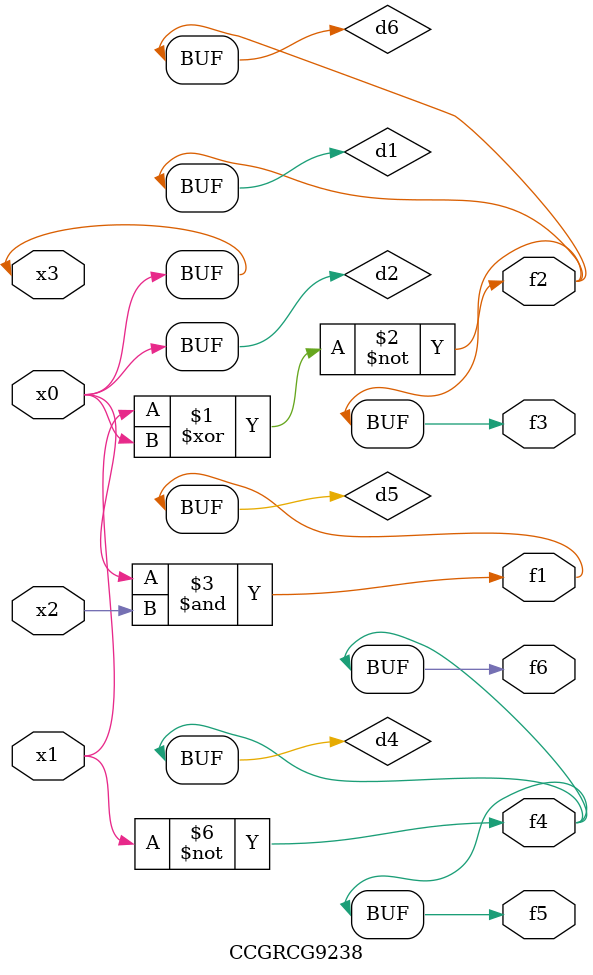
<source format=v>
module CCGRCG9238(
	input x0, x1, x2, x3,
	output f1, f2, f3, f4, f5, f6
);

	wire d1, d2, d3, d4, d5, d6;

	xnor (d1, x1, x3);
	buf (d2, x0, x3);
	nand (d3, x0, x2);
	not (d4, x1);
	nand (d5, d3);
	or (d6, d1);
	assign f1 = d5;
	assign f2 = d6;
	assign f3 = d6;
	assign f4 = d4;
	assign f5 = d4;
	assign f6 = d4;
endmodule

</source>
